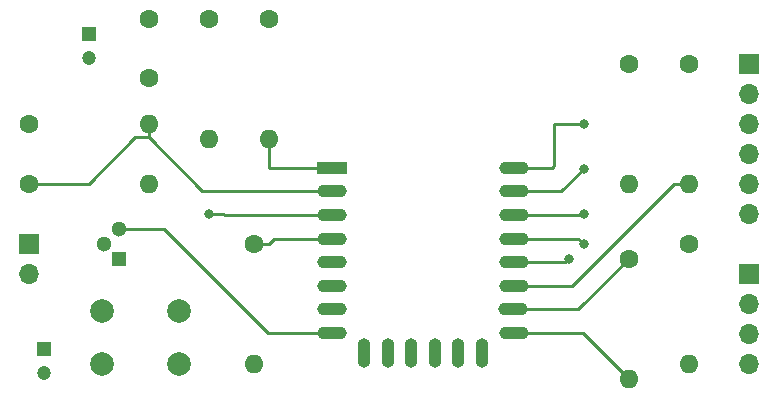
<source format=gbr>
G04 #@! TF.GenerationSoftware,KiCad,Pcbnew,5.0.2-bee76a0~70~ubuntu16.04.1*
G04 #@! TF.CreationDate,2019-02-11T12:56:34+03:00*
G04 #@! TF.ProjectId,esp12ef-ver1,65737031-3265-4662-9d76-6572312e6b69,rev?*
G04 #@! TF.SameCoordinates,Original*
G04 #@! TF.FileFunction,Copper,L1,Top*
G04 #@! TF.FilePolarity,Positive*
%FSLAX46Y46*%
G04 Gerber Fmt 4.6, Leading zero omitted, Abs format (unit mm)*
G04 Created by KiCad (PCBNEW 5.0.2-bee76a0~70~ubuntu16.04.1) date Пн 11 фев 2019 12:56:34*
%MOMM*%
%LPD*%
G01*
G04 APERTURE LIST*
G04 #@! TA.AperFunction,ComponentPad*
%ADD10C,1.300000*%
G04 #@! TD*
G04 #@! TA.AperFunction,ComponentPad*
%ADD11R,1.300000X1.300000*%
G04 #@! TD*
G04 #@! TA.AperFunction,ComponentPad*
%ADD12O,1.600000X1.600000*%
G04 #@! TD*
G04 #@! TA.AperFunction,ComponentPad*
%ADD13C,1.600000*%
G04 #@! TD*
G04 #@! TA.AperFunction,ComponentPad*
%ADD14R,1.700000X1.700000*%
G04 #@! TD*
G04 #@! TA.AperFunction,ComponentPad*
%ADD15O,1.700000X1.700000*%
G04 #@! TD*
G04 #@! TA.AperFunction,ComponentPad*
%ADD16C,2.000000*%
G04 #@! TD*
G04 #@! TA.AperFunction,ComponentPad*
%ADD17R,2.500000X1.100000*%
G04 #@! TD*
G04 #@! TA.AperFunction,ComponentPad*
%ADD18O,2.500000X1.100000*%
G04 #@! TD*
G04 #@! TA.AperFunction,ComponentPad*
%ADD19O,1.100000X2.500000*%
G04 #@! TD*
G04 #@! TA.AperFunction,ComponentPad*
%ADD20C,1.200000*%
G04 #@! TD*
G04 #@! TA.AperFunction,ComponentPad*
%ADD21R,1.200000X1.200000*%
G04 #@! TD*
G04 #@! TA.AperFunction,ViaPad*
%ADD22C,0.800000*%
G04 #@! TD*
G04 #@! TA.AperFunction,Conductor*
%ADD23C,0.250000*%
G04 #@! TD*
G04 APERTURE END LIST*
D10*
G04 #@! TO.P,L1,2*
G04 #@! TO.N,Net-(C1-Pad1)*
X105410000Y-88900000D03*
G04 #@! TO.P,L1,3*
G04 #@! TO.N,Net-(C2-Pad1)*
X106680000Y-87630000D03*
D11*
G04 #@! TO.P,L1,1*
G04 #@! TO.N,Net-(C1-Pad2)*
X106680000Y-90170000D03*
G04 #@! TD*
D12*
G04 #@! TO.P,R2,2*
G04 #@! TO.N,Net-(C1-Pad2)*
X109220000Y-83820000D03*
D13*
G04 #@! TO.P,R2,1*
G04 #@! TO.N,Net-(R1-Pad2)*
X99060000Y-83820000D03*
G04 #@! TD*
G04 #@! TO.P,R8,1*
G04 #@! TO.N,Net-(J2-Pad5)*
X154940000Y-88900000D03*
D12*
G04 #@! TO.P,R8,2*
G04 #@! TO.N,Net-(R8-Pad2)*
X154940000Y-99060000D03*
G04 #@! TD*
D13*
G04 #@! TO.P,C3,1*
G04 #@! TO.N,Net-(C2-Pad1)*
X109220000Y-69850000D03*
G04 #@! TO.P,C3,2*
G04 #@! TO.N,Net-(C1-Pad2)*
X109220000Y-74850000D03*
G04 #@! TD*
D14*
G04 #@! TO.P,J1,1*
G04 #@! TO.N,Net-(C1-Pad1)*
X99060000Y-88900000D03*
D15*
G04 #@! TO.P,J1,2*
G04 #@! TO.N,Net-(C1-Pad2)*
X99060000Y-91440000D03*
G04 #@! TD*
D14*
G04 #@! TO.P,J2,1*
G04 #@! TO.N,Net-(C2-Pad1)*
X160020000Y-73660000D03*
D15*
G04 #@! TO.P,J2,2*
G04 #@! TO.N,Net-(J2-Pad2)*
X160020000Y-76200000D03*
G04 #@! TO.P,J2,3*
G04 #@! TO.N,Net-(J2-Pad3)*
X160020000Y-78740000D03*
G04 #@! TO.P,J2,4*
G04 #@! TO.N,Net-(J2-Pad4)*
X160020000Y-81280000D03*
G04 #@! TO.P,J2,5*
G04 #@! TO.N,Net-(J2-Pad5)*
X160020000Y-83820000D03*
G04 #@! TO.P,J2,6*
G04 #@! TO.N,Net-(C1-Pad2)*
X160020000Y-86360000D03*
G04 #@! TD*
D14*
G04 #@! TO.P,J3,1*
G04 #@! TO.N,Net-(C2-Pad1)*
X160020000Y-91440000D03*
D15*
G04 #@! TO.P,J3,2*
G04 #@! TO.N,Net-(C1-Pad2)*
X160020000Y-93980000D03*
G04 #@! TO.P,J3,3*
G04 #@! TO.N,SCL*
X160020000Y-96520000D03*
G04 #@! TO.P,J3,4*
G04 #@! TO.N,SDA*
X160020000Y-99060000D03*
G04 #@! TD*
D16*
G04 #@! TO.P,SW1,2*
G04 #@! TO.N,Net-(J2-Pad2)*
X111760000Y-94560000D03*
G04 #@! TO.P,SW1,1*
G04 #@! TO.N,Net-(C1-Pad2)*
X111760000Y-99060000D03*
G04 #@! TO.P,SW1,2*
G04 #@! TO.N,Net-(J2-Pad2)*
X105260000Y-94560000D03*
G04 #@! TO.P,SW1,1*
G04 #@! TO.N,Net-(C1-Pad2)*
X105260000Y-99060000D03*
G04 #@! TD*
D17*
G04 #@! TO.P,U1,1*
G04 #@! TO.N,Net-(J2-Pad2)*
X124765001Y-82435001D03*
D18*
G04 #@! TO.P,U1,2*
G04 #@! TO.N,Net-(R1-Pad2)*
X124765001Y-84435001D03*
G04 #@! TO.P,U1,3*
G04 #@! TO.N,Net-(R5-Pad2)*
X124765001Y-86435001D03*
G04 #@! TO.P,U1,4*
G04 #@! TO.N,Net-(R4-Pad1)*
X124765001Y-88435001D03*
G04 #@! TO.P,U1,5*
G04 #@! TO.N,Net-(U1-Pad5)*
X124765001Y-90435001D03*
G04 #@! TO.P,U1,6*
G04 #@! TO.N,Net-(U1-Pad6)*
X124765001Y-92435001D03*
G04 #@! TO.P,U1,7*
G04 #@! TO.N,Net-(U1-Pad7)*
X124765001Y-94435001D03*
G04 #@! TO.P,U1,8*
G04 #@! TO.N,Net-(C2-Pad1)*
X124765001Y-96435001D03*
G04 #@! TO.P,U1,9*
G04 #@! TO.N,Net-(C1-Pad2)*
X140165001Y-96435001D03*
G04 #@! TO.P,U1,10*
G04 #@! TO.N,Net-(R7-Pad1)*
X140065001Y-94435001D03*
G04 #@! TO.P,U1,11*
G04 #@! TO.N,Net-(R6-Pad2)*
X140165001Y-92435001D03*
G04 #@! TO.P,U1,12*
G04 #@! TO.N,Net-(R8-Pad2)*
X140165001Y-90435001D03*
G04 #@! TO.P,U1,13*
G04 #@! TO.N,SDA*
X140165001Y-88435001D03*
G04 #@! TO.P,U1,14*
G04 #@! TO.N,SCL*
X140165001Y-86435001D03*
G04 #@! TO.P,U1,15*
G04 #@! TO.N,Net-(J2-Pad4)*
X140165001Y-84435001D03*
G04 #@! TO.P,U1,16*
G04 #@! TO.N,Net-(J2-Pad3)*
X140165001Y-82435001D03*
D19*
G04 #@! TO.P,U1,17*
G04 #@! TO.N,Net-(U1-Pad17)*
X127455001Y-98135001D03*
G04 #@! TO.P,U1,18*
G04 #@! TO.N,Net-(U1-Pad18)*
X129455001Y-98135001D03*
G04 #@! TO.P,U1,19*
G04 #@! TO.N,Net-(U1-Pad19)*
X131455001Y-98135001D03*
G04 #@! TO.P,U1,20*
G04 #@! TO.N,Net-(U1-Pad20)*
X133455001Y-98135001D03*
G04 #@! TO.P,U1,21*
G04 #@! TO.N,Net-(U1-Pad21)*
X135455001Y-98135001D03*
G04 #@! TO.P,U1,22*
G04 #@! TO.N,Net-(U1-Pad22)*
X137455001Y-98135001D03*
G04 #@! TD*
D20*
G04 #@! TO.P,C1,2*
G04 #@! TO.N,Net-(C1-Pad2)*
X100330000Y-99790000D03*
D21*
G04 #@! TO.P,C1,1*
G04 #@! TO.N,Net-(C1-Pad1)*
X100330000Y-97790000D03*
G04 #@! TD*
G04 #@! TO.P,C2,1*
G04 #@! TO.N,Net-(C2-Pad1)*
X104140000Y-71120000D03*
D20*
G04 #@! TO.P,C2,2*
G04 #@! TO.N,Net-(C1-Pad2)*
X104140000Y-73120000D03*
G04 #@! TD*
D13*
G04 #@! TO.P,R1,1*
G04 #@! TO.N,Net-(C1-Pad1)*
X99060000Y-78740000D03*
D12*
G04 #@! TO.P,R1,2*
G04 #@! TO.N,Net-(R1-Pad2)*
X109220000Y-78740000D03*
G04 #@! TD*
D13*
G04 #@! TO.P,R3,1*
G04 #@! TO.N,Net-(C2-Pad1)*
X119380000Y-69850000D03*
D12*
G04 #@! TO.P,R3,2*
G04 #@! TO.N,Net-(J2-Pad2)*
X119380000Y-80010000D03*
G04 #@! TD*
G04 #@! TO.P,R4,2*
G04 #@! TO.N,Net-(J2-Pad2)*
X118110000Y-99060000D03*
D13*
G04 #@! TO.P,R4,1*
G04 #@! TO.N,Net-(R4-Pad1)*
X118110000Y-88900000D03*
G04 #@! TD*
G04 #@! TO.P,R5,1*
G04 #@! TO.N,Net-(C2-Pad1)*
X114300000Y-69850000D03*
D12*
G04 #@! TO.P,R5,2*
G04 #@! TO.N,Net-(R5-Pad2)*
X114300000Y-80010000D03*
G04 #@! TD*
G04 #@! TO.P,R6,2*
G04 #@! TO.N,Net-(R6-Pad2)*
X154940000Y-83820000D03*
D13*
G04 #@! TO.P,R6,1*
G04 #@! TO.N,Net-(C2-Pad1)*
X154940000Y-73660000D03*
G04 #@! TD*
G04 #@! TO.P,R7,1*
G04 #@! TO.N,Net-(R7-Pad1)*
X149860000Y-90170000D03*
D12*
G04 #@! TO.P,R7,2*
G04 #@! TO.N,Net-(C1-Pad2)*
X149860000Y-100330000D03*
G04 #@! TD*
G04 #@! TO.P,R9,2*
G04 #@! TO.N,Net-(J2-Pad5)*
X149860000Y-83820000D03*
D13*
G04 #@! TO.P,R9,1*
G04 #@! TO.N,Net-(C2-Pad1)*
X149860000Y-73660000D03*
G04 #@! TD*
D22*
G04 #@! TO.N,Net-(J2-Pad3)*
X146050000Y-78740000D03*
G04 #@! TO.N,Net-(J2-Pad4)*
X146050000Y-82550000D03*
G04 #@! TO.N,SCL*
X146050000Y-86360000D03*
G04 #@! TO.N,SDA*
X146050000Y-88900000D03*
G04 #@! TO.N,Net-(R5-Pad2)*
X124460000Y-86360000D03*
X114300000Y-86360000D03*
G04 #@! TO.N,Net-(R8-Pad2)*
X144780000Y-90170000D03*
G04 #@! TD*
D23*
G04 #@! TO.N,Net-(C1-Pad2)*
X139465001Y-96435001D02*
X139625002Y-96275000D01*
X139465001Y-96435001D02*
X145965001Y-96435001D01*
X145965001Y-96435001D02*
X149860000Y-100330000D01*
G04 #@! TO.N,Net-(C2-Pad1)*
X106680000Y-87630000D02*
X110490000Y-87630000D01*
X115570000Y-92710000D02*
X110490000Y-87630000D01*
X125465001Y-96435001D02*
X119295001Y-96435001D01*
X119295001Y-96435001D02*
X115570000Y-92710000D01*
G04 #@! TO.N,Net-(J2-Pad2)*
X125465001Y-82435001D02*
X119380000Y-82435001D01*
X119380000Y-82435001D02*
X119380000Y-80010000D01*
G04 #@! TO.N,Net-(J2-Pad3)*
X143510000Y-78740000D02*
X146050000Y-78740000D01*
X143510000Y-82320002D02*
X143510000Y-78740000D01*
X143395001Y-82435001D02*
X143510000Y-82320002D01*
X139465001Y-82435001D02*
X143395001Y-82435001D01*
G04 #@! TO.N,Net-(J2-Pad4)*
X144164999Y-84435001D02*
X146050000Y-82550000D01*
X139465001Y-84435001D02*
X144164999Y-84435001D01*
G04 #@! TO.N,SCL*
X145974999Y-86435001D02*
X146050000Y-86360000D01*
X139465001Y-86435001D02*
X145974999Y-86435001D01*
G04 #@! TO.N,SDA*
X145585001Y-88435001D02*
X146050000Y-88900000D01*
X139465001Y-88435001D02*
X145585001Y-88435001D01*
G04 #@! TO.N,Net-(R1-Pad2)*
X109220000Y-79871370D02*
X109220000Y-78740000D01*
X113783631Y-84435001D02*
X109220000Y-79871370D01*
X125465001Y-84435001D02*
X113783631Y-84435001D01*
X104140000Y-83820000D02*
X108088630Y-79871370D01*
X108088630Y-79871370D02*
X109220000Y-79871370D01*
X99060000Y-83820000D02*
X104140000Y-83820000D01*
G04 #@! TO.N,Net-(R4-Pad1)*
X125465001Y-88435001D02*
X119844999Y-88435001D01*
X119380000Y-88900000D02*
X118110000Y-88900000D01*
X119844999Y-88435001D02*
X119380000Y-88900000D01*
G04 #@! TO.N,Net-(R5-Pad2)*
X115645001Y-86435001D02*
X115570000Y-86360000D01*
X125465001Y-86435001D02*
X115645001Y-86435001D01*
X114300000Y-86360000D02*
X115570000Y-86360000D01*
G04 #@! TO.N,Net-(R6-Pad2)*
X139465001Y-92435001D02*
X145054999Y-92435001D01*
X145054999Y-92435001D02*
X153670000Y-83820000D01*
X154940000Y-83820000D02*
X153670000Y-83820000D01*
G04 #@! TO.N,Net-(R7-Pad1)*
X139465001Y-94435001D02*
X139675002Y-94225000D01*
X145594999Y-94435001D02*
X149860000Y-90170000D01*
X139465001Y-94435001D02*
X145594999Y-94435001D01*
G04 #@! TO.N,Net-(R8-Pad2)*
X144514999Y-90435001D02*
X144780000Y-90170000D01*
X139465001Y-90435001D02*
X144514999Y-90435001D01*
G04 #@! TD*
M02*

</source>
